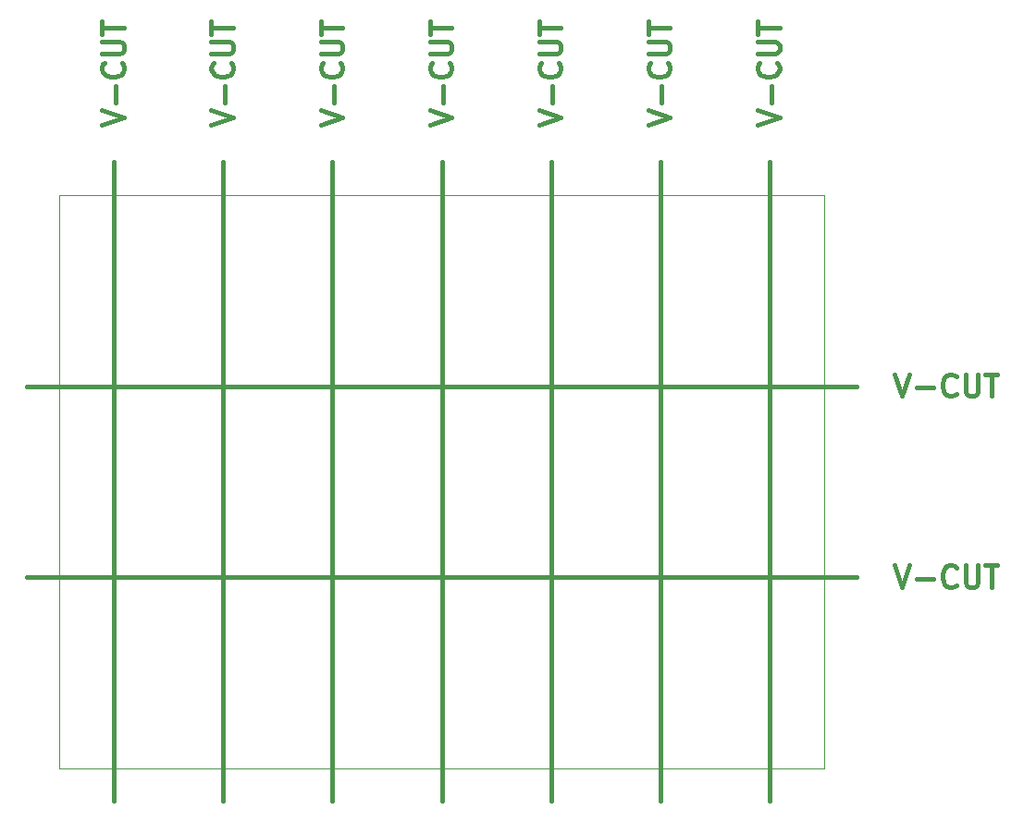
<source format=gbr>
G04 #@! TF.GenerationSoftware,KiCad,Pcbnew,5.1.10-88a1d61d58~90~ubuntu21.04.1*
G04 #@! TF.CreationDate,2021-10-15T10:00:42+02:00*
G04 #@! TF.ProjectId,IndicatorLeds,496e6469-6361-4746-9f72-4c6564732e6b,rev?*
G04 #@! TF.SameCoordinates,Original*
G04 #@! TF.FileFunction,Other,Comment*
%FSLAX46Y46*%
G04 Gerber Fmt 4.6, Leading zero omitted, Abs format (unit mm)*
G04 Created by KiCad (PCBNEW 5.1.10-88a1d61d58~90~ubuntu21.04.1) date 2021-10-15 10:00:42*
%MOMM*%
%LPD*%
G01*
G04 APERTURE LIST*
%ADD10C,0.400000*%
G04 #@! TA.AperFunction,Profile*
%ADD11C,0.100000*%
G04 #@! TD*
G04 APERTURE END LIST*
D10*
X108904761Y-43548523D02*
X110904761Y-42881857D01*
X108904761Y-42215190D01*
X110142857Y-41548523D02*
X110142857Y-40024714D01*
X110714285Y-37929476D02*
X110809523Y-38024714D01*
X110904761Y-38310428D01*
X110904761Y-38500904D01*
X110809523Y-38786619D01*
X110619047Y-38977095D01*
X110428571Y-39072333D01*
X110047619Y-39167571D01*
X109761904Y-39167571D01*
X109380952Y-39072333D01*
X109190476Y-38977095D01*
X109000000Y-38786619D01*
X108904761Y-38500904D01*
X108904761Y-38310428D01*
X109000000Y-38024714D01*
X109095238Y-37929476D01*
X108904761Y-37072333D02*
X110523809Y-37072333D01*
X110714285Y-36977095D01*
X110809523Y-36881857D01*
X110904761Y-36691380D01*
X110904761Y-36310428D01*
X110809523Y-36119952D01*
X110714285Y-36024714D01*
X110523809Y-35929476D01*
X108904761Y-35929476D01*
X108904761Y-35262809D02*
X108904761Y-34119952D01*
X110904761Y-34691380D02*
X108904761Y-34691380D01*
X110000000Y-46999000D02*
X110000000Y-105501000D01*
X48904761Y-43548523D02*
X50904761Y-42881857D01*
X48904761Y-42215190D01*
X50142857Y-41548523D02*
X50142857Y-40024714D01*
X50714285Y-37929476D02*
X50809523Y-38024714D01*
X50904761Y-38310428D01*
X50904761Y-38500904D01*
X50809523Y-38786619D01*
X50619047Y-38977095D01*
X50428571Y-39072333D01*
X50047619Y-39167571D01*
X49761904Y-39167571D01*
X49380952Y-39072333D01*
X49190476Y-38977095D01*
X49000000Y-38786619D01*
X48904761Y-38500904D01*
X48904761Y-38310428D01*
X49000000Y-38024714D01*
X49095238Y-37929476D01*
X48904761Y-37072333D02*
X50523809Y-37072333D01*
X50714285Y-36977095D01*
X50809523Y-36881857D01*
X50904761Y-36691380D01*
X50904761Y-36310428D01*
X50809523Y-36119952D01*
X50714285Y-36024714D01*
X50523809Y-35929476D01*
X48904761Y-35929476D01*
X48904761Y-35262809D02*
X48904761Y-34119952D01*
X50904761Y-34691380D02*
X48904761Y-34691380D01*
X50000000Y-46999000D02*
X50000000Y-105501000D01*
X98904761Y-43548523D02*
X100904761Y-42881857D01*
X98904761Y-42215190D01*
X100142857Y-41548523D02*
X100142857Y-40024714D01*
X100714285Y-37929476D02*
X100809523Y-38024714D01*
X100904761Y-38310428D01*
X100904761Y-38500904D01*
X100809523Y-38786619D01*
X100619047Y-38977095D01*
X100428571Y-39072333D01*
X100047619Y-39167571D01*
X99761904Y-39167571D01*
X99380952Y-39072333D01*
X99190476Y-38977095D01*
X99000000Y-38786619D01*
X98904761Y-38500904D01*
X98904761Y-38310428D01*
X99000000Y-38024714D01*
X99095238Y-37929476D01*
X98904761Y-37072333D02*
X100523809Y-37072333D01*
X100714285Y-36977095D01*
X100809523Y-36881857D01*
X100904761Y-36691380D01*
X100904761Y-36310428D01*
X100809523Y-36119952D01*
X100714285Y-36024714D01*
X100523809Y-35929476D01*
X98904761Y-35929476D01*
X98904761Y-35262809D02*
X98904761Y-34119952D01*
X100904761Y-34691380D02*
X98904761Y-34691380D01*
X100000000Y-46999000D02*
X100000000Y-105501000D01*
X68904761Y-43548523D02*
X70904761Y-42881857D01*
X68904761Y-42215190D01*
X70142857Y-41548523D02*
X70142857Y-40024714D01*
X70714285Y-37929476D02*
X70809523Y-38024714D01*
X70904761Y-38310428D01*
X70904761Y-38500904D01*
X70809523Y-38786619D01*
X70619047Y-38977095D01*
X70428571Y-39072333D01*
X70047619Y-39167571D01*
X69761904Y-39167571D01*
X69380952Y-39072333D01*
X69190476Y-38977095D01*
X69000000Y-38786619D01*
X68904761Y-38500904D01*
X68904761Y-38310428D01*
X69000000Y-38024714D01*
X69095238Y-37929476D01*
X68904761Y-37072333D02*
X70523809Y-37072333D01*
X70714285Y-36977095D01*
X70809523Y-36881857D01*
X70904761Y-36691380D01*
X70904761Y-36310428D01*
X70809523Y-36119952D01*
X70714285Y-36024714D01*
X70523809Y-35929476D01*
X68904761Y-35929476D01*
X68904761Y-35262809D02*
X68904761Y-34119952D01*
X70904761Y-34691380D02*
X68904761Y-34691380D01*
X70000000Y-46999000D02*
X70000000Y-105501000D01*
X88904761Y-43548523D02*
X90904761Y-42881857D01*
X88904761Y-42215190D01*
X90142857Y-41548523D02*
X90142857Y-40024714D01*
X90714285Y-37929476D02*
X90809523Y-38024714D01*
X90904761Y-38310428D01*
X90904761Y-38500904D01*
X90809523Y-38786619D01*
X90619047Y-38977095D01*
X90428571Y-39072333D01*
X90047619Y-39167571D01*
X89761904Y-39167571D01*
X89380952Y-39072333D01*
X89190476Y-38977095D01*
X89000000Y-38786619D01*
X88904761Y-38500904D01*
X88904761Y-38310428D01*
X89000000Y-38024714D01*
X89095238Y-37929476D01*
X88904761Y-37072333D02*
X90523809Y-37072333D01*
X90714285Y-36977095D01*
X90809523Y-36881857D01*
X90904761Y-36691380D01*
X90904761Y-36310428D01*
X90809523Y-36119952D01*
X90714285Y-36024714D01*
X90523809Y-35929476D01*
X88904761Y-35929476D01*
X88904761Y-35262809D02*
X88904761Y-34119952D01*
X90904761Y-34691380D02*
X88904761Y-34691380D01*
X90000000Y-46999000D02*
X90000000Y-105501000D01*
X78904761Y-43548523D02*
X80904761Y-42881857D01*
X78904761Y-42215190D01*
X80142857Y-41548523D02*
X80142857Y-40024714D01*
X80714285Y-37929476D02*
X80809523Y-38024714D01*
X80904761Y-38310428D01*
X80904761Y-38500904D01*
X80809523Y-38786619D01*
X80619047Y-38977095D01*
X80428571Y-39072333D01*
X80047619Y-39167571D01*
X79761904Y-39167571D01*
X79380952Y-39072333D01*
X79190476Y-38977095D01*
X79000000Y-38786619D01*
X78904761Y-38500904D01*
X78904761Y-38310428D01*
X79000000Y-38024714D01*
X79095238Y-37929476D01*
X78904761Y-37072333D02*
X80523809Y-37072333D01*
X80714285Y-36977095D01*
X80809523Y-36881857D01*
X80904761Y-36691380D01*
X80904761Y-36310428D01*
X80809523Y-36119952D01*
X80714285Y-36024714D01*
X80523809Y-35929476D01*
X78904761Y-35929476D01*
X78904761Y-35262809D02*
X78904761Y-34119952D01*
X80904761Y-34691380D02*
X78904761Y-34691380D01*
X80000000Y-46999000D02*
X80000000Y-105501000D01*
X58904761Y-43548523D02*
X60904761Y-42881857D01*
X58904761Y-42215190D01*
X60142857Y-41548523D02*
X60142857Y-40024714D01*
X60714285Y-37929476D02*
X60809523Y-38024714D01*
X60904761Y-38310428D01*
X60904761Y-38500904D01*
X60809523Y-38786619D01*
X60619047Y-38977095D01*
X60428571Y-39072333D01*
X60047619Y-39167571D01*
X59761904Y-39167571D01*
X59380952Y-39072333D01*
X59190476Y-38977095D01*
X59000000Y-38786619D01*
X58904761Y-38500904D01*
X58904761Y-38310428D01*
X59000000Y-38024714D01*
X59095238Y-37929476D01*
X58904761Y-37072333D02*
X60523809Y-37072333D01*
X60714285Y-36977095D01*
X60809523Y-36881857D01*
X60904761Y-36691380D01*
X60904761Y-36310428D01*
X60809523Y-36119952D01*
X60714285Y-36024714D01*
X60523809Y-35929476D01*
X58904761Y-35929476D01*
X58904761Y-35262809D02*
X58904761Y-34119952D01*
X60904761Y-34691380D02*
X58904761Y-34691380D01*
X60000000Y-46999000D02*
X60000000Y-105501000D01*
X121451476Y-83904761D02*
X122118142Y-85904761D01*
X122784809Y-83904761D01*
X123451476Y-85142857D02*
X124975285Y-85142857D01*
X127070523Y-85714285D02*
X126975285Y-85809523D01*
X126689571Y-85904761D01*
X126499095Y-85904761D01*
X126213380Y-85809523D01*
X126022904Y-85619047D01*
X125927666Y-85428571D01*
X125832428Y-85047619D01*
X125832428Y-84761904D01*
X125927666Y-84380952D01*
X126022904Y-84190476D01*
X126213380Y-84000000D01*
X126499095Y-83904761D01*
X126689571Y-83904761D01*
X126975285Y-84000000D01*
X127070523Y-84095238D01*
X127927666Y-83904761D02*
X127927666Y-85523809D01*
X128022904Y-85714285D01*
X128118142Y-85809523D01*
X128308619Y-85904761D01*
X128689571Y-85904761D01*
X128880047Y-85809523D01*
X128975285Y-85714285D01*
X129070523Y-85523809D01*
X129070523Y-83904761D01*
X129737190Y-83904761D02*
X130880047Y-83904761D01*
X130308619Y-85904761D02*
X130308619Y-83904761D01*
X42000000Y-85000000D02*
X118001000Y-85000000D01*
X121451476Y-66404761D02*
X122118142Y-68404761D01*
X122784809Y-66404761D01*
X123451476Y-67642857D02*
X124975285Y-67642857D01*
X127070523Y-68214285D02*
X126975285Y-68309523D01*
X126689571Y-68404761D01*
X126499095Y-68404761D01*
X126213380Y-68309523D01*
X126022904Y-68119047D01*
X125927666Y-67928571D01*
X125832428Y-67547619D01*
X125832428Y-67261904D01*
X125927666Y-66880952D01*
X126022904Y-66690476D01*
X126213380Y-66500000D01*
X126499095Y-66404761D01*
X126689571Y-66404761D01*
X126975285Y-66500000D01*
X127070523Y-66595238D01*
X127927666Y-66404761D02*
X127927666Y-68023809D01*
X128022904Y-68214285D01*
X128118142Y-68309523D01*
X128308619Y-68404761D01*
X128689571Y-68404761D01*
X128880047Y-68309523D01*
X128975285Y-68214285D01*
X129070523Y-68023809D01*
X129070523Y-66404761D01*
X129737190Y-66404761D02*
X130880047Y-66404761D01*
X130308619Y-68404761D02*
X130308619Y-66404761D01*
X42000000Y-67500000D02*
X118001000Y-67500000D01*
D11*
X45000000Y-49999000D02*
X110000000Y-49999000D01*
X45000000Y-102501000D02*
X45000000Y-49999000D01*
X115001000Y-102501000D02*
X45000000Y-102501000D01*
X115001000Y-49999000D02*
X115001000Y-102501000D01*
X110000000Y-49999000D02*
X115001000Y-49999000D01*
M02*

</source>
